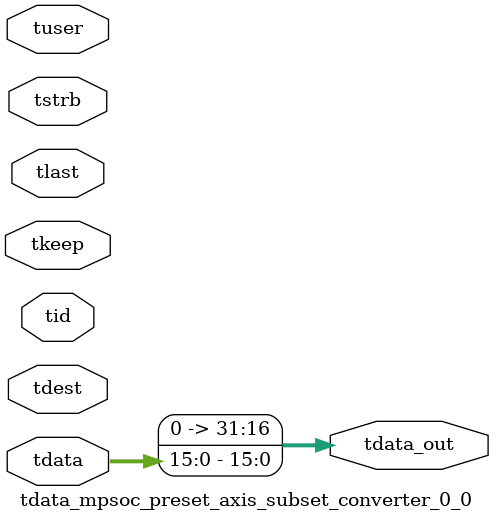
<source format=v>


`timescale 1ps/1ps

module tdata_mpsoc_preset_axis_subset_converter_0_0 #
(
parameter C_S_AXIS_TDATA_WIDTH = 32,
parameter C_S_AXIS_TUSER_WIDTH = 0,
parameter C_S_AXIS_TID_WIDTH   = 0,
parameter C_S_AXIS_TDEST_WIDTH = 0,
parameter C_M_AXIS_TDATA_WIDTH = 32
)
(
input  [(C_S_AXIS_TDATA_WIDTH == 0 ? 1 : C_S_AXIS_TDATA_WIDTH)-1:0     ] tdata,
input  [(C_S_AXIS_TUSER_WIDTH == 0 ? 1 : C_S_AXIS_TUSER_WIDTH)-1:0     ] tuser,
input  [(C_S_AXIS_TID_WIDTH   == 0 ? 1 : C_S_AXIS_TID_WIDTH)-1:0       ] tid,
input  [(C_S_AXIS_TDEST_WIDTH == 0 ? 1 : C_S_AXIS_TDEST_WIDTH)-1:0     ] tdest,
input  [(C_S_AXIS_TDATA_WIDTH/8)-1:0 ] tkeep,
input  [(C_S_AXIS_TDATA_WIDTH/8)-1:0 ] tstrb,
input                                                                    tlast,
output [C_M_AXIS_TDATA_WIDTH-1:0] tdata_out
);

assign tdata_out = {16'b0000000000000000,tdata[15:0]};

endmodule


</source>
